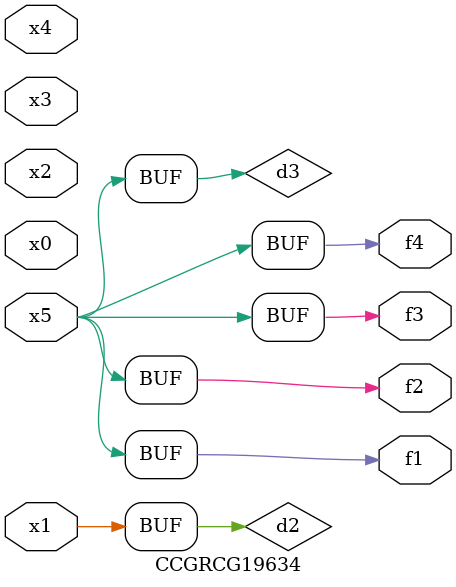
<source format=v>
module CCGRCG19634(
	input x0, x1, x2, x3, x4, x5,
	output f1, f2, f3, f4
);

	wire d1, d2, d3;

	not (d1, x5);
	or (d2, x1);
	xnor (d3, d1);
	assign f1 = d3;
	assign f2 = d3;
	assign f3 = d3;
	assign f4 = d3;
endmodule

</source>
